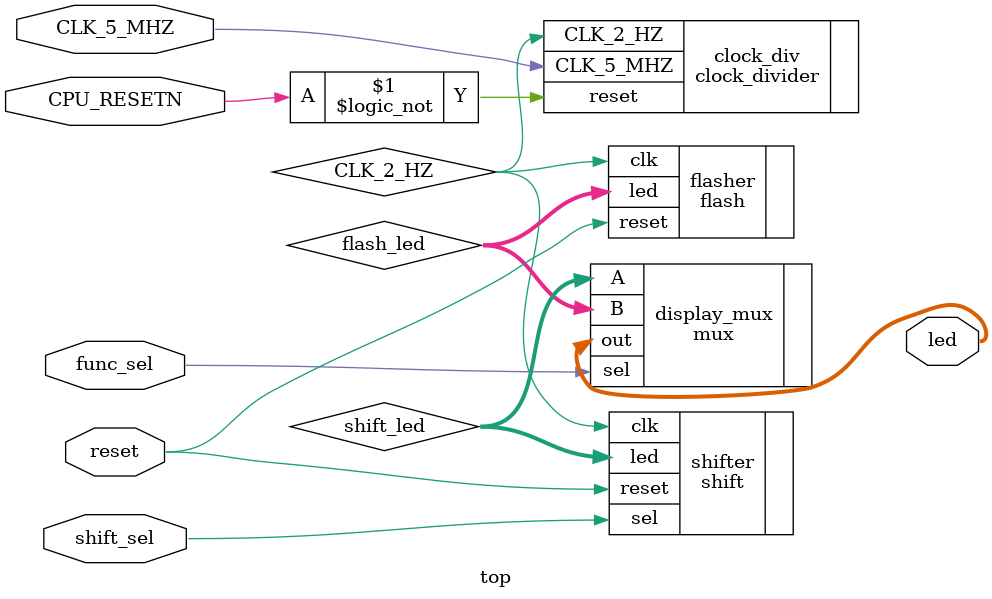
<source format=v>
`timescale 1ns / 1ps


module top(
    input CLK_5_MHZ,
    input CPU_RESETN,
    input reset,
    input shift_sel,
    input func_sel,
    output [15:0] led
    );
    
    wire CLK_2_HZ;
    clock_divider clock_div(
        .CLK_5_MHZ (CLK_5_MHZ),
        .reset (!CPU_RESETN),
        .CLK_2_HZ (CLK_2_HZ)
    );
    
    wire [15:0] shift_led;
    shift shifter(
        .sel (shift_sel),
        .clk (CLK_2_HZ),
        .led (shift_led),
        .reset (reset)
    );
    
    wire [15:0] flash_led;
    flash flasher(
        .clk (CLK_2_HZ),
        .reset (reset),
        .led (flash_led)
        );
    
    mux display_mux(
        .sel (func_sel),
        .A (shift_led),
        .B (flash_led),
        .out (led)
        );
endmodule

</source>
